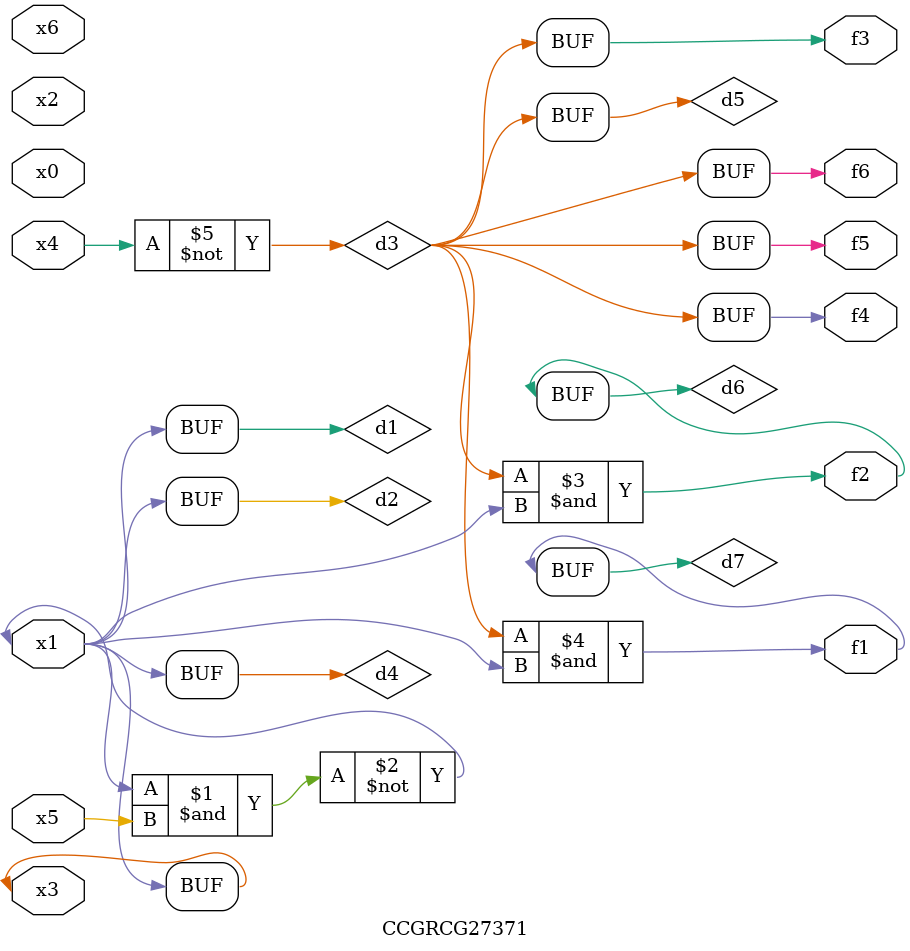
<source format=v>
module CCGRCG27371(
	input x0, x1, x2, x3, x4, x5, x6,
	output f1, f2, f3, f4, f5, f6
);

	wire d1, d2, d3, d4, d5, d6, d7;

	buf (d1, x1, x3);
	nand (d2, x1, x5);
	not (d3, x4);
	buf (d4, d1, d2);
	buf (d5, d3);
	and (d6, d3, d4);
	and (d7, d3, d4);
	assign f1 = d7;
	assign f2 = d6;
	assign f3 = d5;
	assign f4 = d5;
	assign f5 = d5;
	assign f6 = d5;
endmodule

</source>
